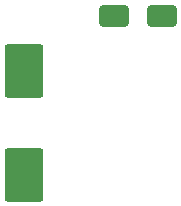
<source format=gbr>
%TF.GenerationSoftware,KiCad,Pcbnew,7.0.1-0*%
%TF.CreationDate,2023-10-26T13:37:29-04:00*%
%TF.ProjectId,MP2_DFN,4d50325f-4446-44e2-9e6b-696361645f70,rev?*%
%TF.SameCoordinates,Original*%
%TF.FileFunction,Paste,Bot*%
%TF.FilePolarity,Positive*%
%FSLAX46Y46*%
G04 Gerber Fmt 4.6, Leading zero omitted, Abs format (unit mm)*
G04 Created by KiCad (PCBNEW 7.0.1-0) date 2023-10-26 13:37:29*
%MOMM*%
%LPD*%
G01*
G04 APERTURE LIST*
G04 Aperture macros list*
%AMRoundRect*
0 Rectangle with rounded corners*
0 $1 Rounding radius*
0 $2 $3 $4 $5 $6 $7 $8 $9 X,Y pos of 4 corners*
0 Add a 4 corners polygon primitive as box body*
4,1,4,$2,$3,$4,$5,$6,$7,$8,$9,$2,$3,0*
0 Add four circle primitives for the rounded corners*
1,1,$1+$1,$2,$3*
1,1,$1+$1,$4,$5*
1,1,$1+$1,$6,$7*
1,1,$1+$1,$8,$9*
0 Add four rect primitives between the rounded corners*
20,1,$1+$1,$2,$3,$4,$5,0*
20,1,$1+$1,$4,$5,$6,$7,0*
20,1,$1+$1,$6,$7,$8,$9,0*
20,1,$1+$1,$8,$9,$2,$3,0*%
G04 Aperture macros list end*
%ADD10RoundRect,0.250000X1.000000X0.650000X-1.000000X0.650000X-1.000000X-0.650000X1.000000X-0.650000X0*%
%ADD11RoundRect,0.250000X1.400000X2.000000X-1.400000X2.000000X-1.400000X-2.000000X1.400000X-2.000000X0*%
G04 APERTURE END LIST*
D10*
%TO.C,D10*%
X69400000Y-99200000D03*
X65400000Y-99200000D03*
%TD*%
D11*
%TO.C,D8*%
X57725000Y-103850000D03*
X57725000Y-112650000D03*
%TD*%
M02*

</source>
